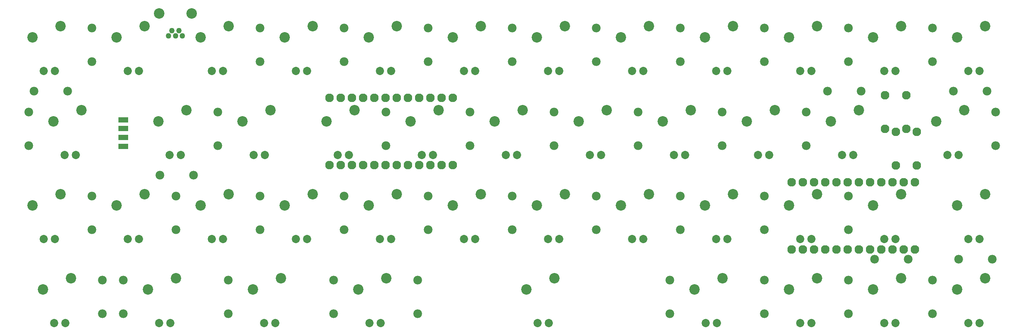
<source format=gbs>
G04 ---------------------------- Layer name :BOTTOM SOLDER LAYER*
G04 easyEDA 0.1*
G04 Scale: 100 percent, Rotated: No, Reflected: No *
G04 Dimensions in inches *
G04 leading zeros omitted , absolute positions ,2 integer and 4 * 
%FSLAX24Y24*%
%MOIN*%
G90*
G70D02*

%ADD13C,0.050200*%
%ADD15C,0.093600*%
%ADD17C,0.077000*%
%ADD19R,0.088000X0.050200*%
%ADD20C,0.073000*%
%ADD22C,0.093000*%
%ADD24C,0.078000*%

%LPD*%
%LNVIA PAD TRACK COPPERAREA*%
G54D13*
G01X13935Y56422D03*
G01X14565Y56422D03*
G01X15194Y56422D03*
G01X14255Y56892D03*
G01X14875Y56892D03*
G54D15*
G01X16005Y58431D03*
G01X13125Y58431D03*
G54D17*
G01X28326Y50880D03*
G01X29326Y50880D03*
G01X30326Y50880D03*
G01X31326Y50880D03*
G01X32326Y50880D03*
G01X33326Y50880D03*
G01X34326Y50880D03*
G01X35326Y50880D03*
G01X36326Y50880D03*
G01X37326Y50880D03*
G01X38326Y50880D03*
G01X39326Y50880D03*
G01X39326Y44880D03*
G01X38326Y44880D03*
G01X37326Y44880D03*
G01X36326Y44880D03*
G01X35326Y44880D03*
G01X34326Y44880D03*
G01X33326Y44880D03*
G01X32326Y44880D03*
G01X31326Y44880D03*
G01X30326Y44880D03*
G01X29326Y44880D03*
G01X28326Y44880D03*
G01X69550Y43361D03*
G01X70550Y43361D03*
G01X71550Y43361D03*
G01X72550Y43361D03*
G01X73550Y43361D03*
G01X74550Y43361D03*
G01X75550Y43361D03*
G01X76550Y43361D03*
G01X77550Y43361D03*
G01X78550Y43361D03*
G01X79550Y43361D03*
G01X80550Y43361D03*
G01X80550Y37361D03*
G01X79550Y37361D03*
G01X78550Y37361D03*
G01X77550Y37361D03*
G01X76550Y37361D03*
G01X75550Y37361D03*
G01X74550Y37361D03*
G01X73550Y37361D03*
G01X72550Y37361D03*
G01X71550Y37361D03*
G01X70550Y37361D03*
G01X69550Y37361D03*
G54D19*
G01X9901Y46561D03*
G01X9901Y47351D03*
G01X9901Y48141D03*
G01X9901Y48921D03*
G54D20*
G01X46866Y30798D03*
G01X47866Y30798D03*
G54D22*
G01X45866Y33798D03*
G01X48366Y34798D03*
G54D20*
G01X85309Y30798D03*
G01X86309Y30798D03*
G54D22*
G01X84309Y33798D03*
G01X86809Y34798D03*
G54D24*
G01X82109Y34622D03*
G01X82109Y31622D03*
G54D17*
G01X77895Y48123D03*
G01X77895Y51123D03*
G01X79768Y48122D03*
G01X79768Y51122D03*
G01X78832Y44840D03*
G01X78832Y47840D03*
G01X80704Y44838D03*
G01X80704Y47838D03*
G54D24*
G01X1945Y51502D03*
G01X4946Y51502D03*
G01X7100Y57125D03*
G01X7100Y54125D03*
G01X22102Y57123D03*
G01X22102Y54123D03*
G01X29607Y57117D03*
G01X29607Y54117D03*
G01X37101Y57123D03*
G01X37101Y54123D03*
G01X44601Y57124D03*
G01X44601Y54124D03*
G01X52104Y57121D03*
G01X52104Y54121D03*
G01X59605Y57121D03*
G01X59605Y54121D03*
G01X67103Y57123D03*
G01X67103Y54123D03*
G01X74611Y57125D03*
G01X74611Y54125D03*
G01X82109Y57125D03*
G01X82109Y54125D03*
G01X83985Y51499D03*
G01X86985Y51499D03*
G01X1478Y49624D03*
G01X1478Y46624D03*
G01X13194Y44000D03*
G01X16194Y44000D03*
G01X18352Y49624D03*
G01X18352Y46624D03*
G01X33355Y49624D03*
G01X33355Y46624D03*
G01X40855Y49624D03*
G01X40855Y46624D03*
G01X48355Y49624D03*
G01X48355Y46624D03*
G01X55858Y49624D03*
G01X55858Y46624D03*
G01X63358Y49624D03*
G01X63358Y46624D03*
G01X70860Y49624D03*
G01X70860Y46624D03*
G01X72733Y51501D03*
G01X75733Y51501D03*
G01X87733Y49624D03*
G01X87733Y46624D03*
G01X7100Y42123D03*
G01X7100Y39123D03*
G01X14602Y42123D03*
G01X14602Y39123D03*
G01X22102Y42123D03*
G01X22102Y39123D03*
G01X29602Y42123D03*
G01X29602Y39123D03*
G01X37104Y42123D03*
G01X37104Y39123D03*
G01X44604Y42123D03*
G01X44604Y39123D03*
G01X52105Y42123D03*
G01X52105Y39123D03*
G01X59605Y42123D03*
G01X59605Y39123D03*
G01X67107Y42123D03*
G01X67107Y39123D03*
G01X74608Y42123D03*
G01X74608Y39123D03*
G01X76951Y36498D03*
G01X79951Y36498D03*
G01X84453Y36498D03*
G01X87453Y36498D03*
G01X8038Y34621D03*
G01X8038Y31621D03*
G01X9913Y34622D03*
G01X9913Y31622D03*
G01X19289Y34622D03*
G01X19289Y31622D03*
G01X28666Y34622D03*
G01X28666Y31622D03*
G01X36166Y34619D03*
G01X36166Y31619D03*
G01X58669Y34622D03*
G01X58669Y31622D03*
G01X67107Y34622D03*
G01X67107Y31622D03*
G01X74608Y34622D03*
G01X74608Y31622D03*
G54D20*
G01X2825Y53300D03*
G01X3825Y53300D03*
G54D22*
G01X1825Y56300D03*
G01X4325Y57300D03*
G54D20*
G01X10325Y53300D03*
G01X11325Y53300D03*
G54D22*
G01X9325Y56300D03*
G01X11825Y57300D03*
G54D20*
G01X17825Y53300D03*
G01X18825Y53300D03*
G54D22*
G01X16825Y56300D03*
G01X19325Y57300D03*
G54D20*
G01X25325Y53300D03*
G01X26325Y53300D03*
G54D22*
G01X24325Y56300D03*
G01X26825Y57300D03*
G54D20*
G01X32825Y53300D03*
G01X33825Y53300D03*
G54D22*
G01X31825Y56300D03*
G01X34325Y57300D03*
G54D20*
G01X40325Y53300D03*
G01X41325Y53300D03*
G54D22*
G01X39325Y56300D03*
G01X41825Y57300D03*
G54D20*
G01X47825Y53300D03*
G01X48825Y53300D03*
G54D22*
G01X46825Y56300D03*
G01X49325Y57300D03*
G54D20*
G01X55325Y53300D03*
G01X56325Y53300D03*
G54D22*
G01X54325Y56300D03*
G01X56825Y57300D03*
G54D20*
G01X62825Y53300D03*
G01X63825Y53300D03*
G54D22*
G01X61825Y56300D03*
G01X64325Y57300D03*
G54D20*
G01X70325Y53300D03*
G01X71325Y53300D03*
G54D22*
G01X69325Y56300D03*
G01X71825Y57300D03*
G54D20*
G01X77825Y53300D03*
G01X78825Y53300D03*
G54D22*
G01X76825Y56300D03*
G01X79325Y57300D03*
G54D20*
G01X85309Y53300D03*
G01X86309Y53300D03*
G54D22*
G01X84309Y56300D03*
G01X86809Y57300D03*
G54D20*
G01X4675Y45799D03*
G01X5675Y45799D03*
G54D22*
G01X3675Y48799D03*
G01X6175Y49799D03*
G54D20*
G01X14051Y45799D03*
G01X15051Y45799D03*
G54D22*
G01X13051Y48799D03*
G01X15551Y49799D03*
G54D20*
G01X21552Y45799D03*
G01X22552Y45799D03*
G54D22*
G01X20552Y48799D03*
G01X23052Y49799D03*
G54D20*
G01X29052Y45799D03*
G01X30052Y45799D03*
G54D22*
G01X28052Y48799D03*
G01X30552Y49799D03*
G54D20*
G01X36554Y45799D03*
G01X37554Y45799D03*
G54D22*
G01X35554Y48799D03*
G01X38054Y49799D03*
G54D20*
G01X44054Y45799D03*
G01X45054Y45799D03*
G54D22*
G01X43054Y48799D03*
G01X45554Y49799D03*
G54D20*
G01X51554Y45799D03*
G01X52554Y45799D03*
G54D22*
G01X50554Y48799D03*
G01X53054Y49799D03*
G54D20*
G01X59055Y45799D03*
G01X60055Y45799D03*
G54D22*
G01X58055Y48799D03*
G01X60555Y49799D03*
G54D20*
G01X66557Y45799D03*
G01X67557Y45799D03*
G54D22*
G01X65557Y48799D03*
G01X68057Y49799D03*
G54D20*
G01X74058Y45799D03*
G01X75058Y45799D03*
G54D22*
G01X73058Y48799D03*
G01X75558Y49799D03*
G54D20*
G01X83434Y45799D03*
G01X84434Y45799D03*
G54D22*
G01X82434Y48799D03*
G01X84934Y49799D03*
G54D20*
G01X2800Y38298D03*
G01X3800Y38298D03*
G54D22*
G01X1800Y41298D03*
G01X4300Y42298D03*
G54D20*
G01X10301Y38298D03*
G01X11301Y38298D03*
G54D22*
G01X9301Y41298D03*
G01X11801Y42298D03*
G54D20*
G01X17802Y38298D03*
G01X18802Y38298D03*
G54D22*
G01X16802Y41298D03*
G01X19302Y42298D03*
G54D20*
G01X25302Y38298D03*
G01X26302Y38298D03*
G54D22*
G01X24302Y41298D03*
G01X26802Y42298D03*
G54D20*
G01X32803Y38298D03*
G01X33803Y38298D03*
G54D22*
G01X31802Y41298D03*
G01X34303Y42298D03*
G54D20*
G01X40304Y38298D03*
G01X41304Y38298D03*
G54D22*
G01X39304Y41298D03*
G01X41804Y42298D03*
G54D20*
G01X47804Y38298D03*
G01X48804Y38298D03*
G54D22*
G01X46804Y41298D03*
G01X49304Y42298D03*
G54D20*
G01X55305Y38298D03*
G01X56305Y38298D03*
G54D22*
G01X54305Y41298D03*
G01X56805Y42298D03*
G54D20*
G01X62805Y38298D03*
G01X63805Y38298D03*
G54D22*
G01X61805Y41298D03*
G01X64305Y42298D03*
G54D20*
G01X70307Y38298D03*
G01X71307Y38298D03*
G54D22*
G01X69307Y41298D03*
G01X71807Y42298D03*
G54D20*
G01X77808Y38298D03*
G01X78808Y38298D03*
G54D22*
G01X76808Y41298D03*
G01X79308Y42298D03*
G54D20*
G01X85309Y38298D03*
G01X86309Y38298D03*
G54D22*
G01X84309Y41298D03*
G01X86809Y42298D03*
G54D20*
G01X3737Y30798D03*
G01X4738Y30798D03*
G54D22*
G01X2737Y33798D03*
G01X5238Y34798D03*
G54D20*
G01X13113Y30797D03*
G01X14113Y30797D03*
G54D22*
G01X12113Y33797D03*
G01X14613Y34797D03*
G54D20*
G01X22489Y30798D03*
G01X23489Y30798D03*
G54D22*
G01X21489Y33798D03*
G01X23989Y34798D03*
G54D20*
G01X31866Y30798D03*
G01X32866Y30798D03*
G54D22*
G01X30866Y33798D03*
G01X33366Y34798D03*
G54D20*
G01X61869Y30798D03*
G01X62869Y30798D03*
G54D22*
G01X60869Y33798D03*
G01X63369Y34798D03*
G54D20*
G01X70307Y30798D03*
G01X71307Y30798D03*
G54D22*
G01X69307Y33798D03*
G01X71807Y34798D03*
G54D20*
G01X77808Y30798D03*
G01X78808Y30798D03*
G54D22*
G01X76808Y33798D03*
G01X79308Y34798D03*

M00*
M02*
</source>
